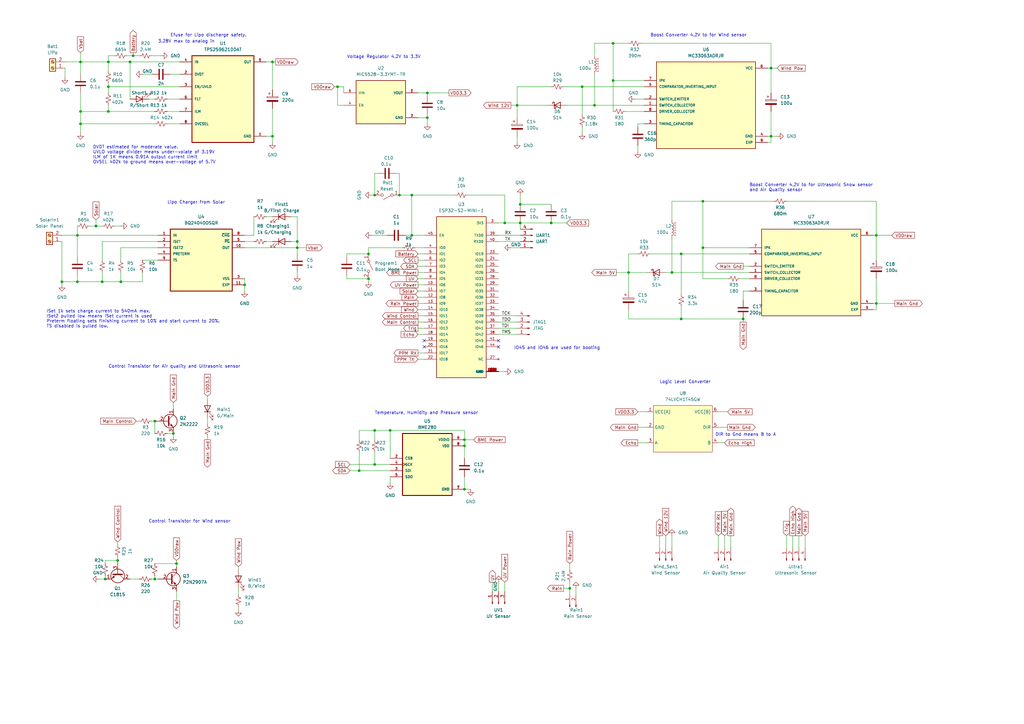
<source format=kicad_sch>
(kicad_sch (version 20211123) (generator eeschema)
  (paper "A3")
  (junction (at 359.41 96.52))
  (junction (at 33.02 25.4))
  (junction (at 111.76 25.4))
  (junction (at 168.91 96.52))
  (junction (at 190.5 182.88))
  (junction (at 121.92 101.6))
  (junction (at 213.36 91.44))
  (junction (at 147.32 193.04))
  (junction (at 33.02 50.8))
  (junction (at 71.12 177.8))
  (junction (at 190.5 180.34))
  (junction (at 168.91 80.01))
  (junction (at 212.09 43.18))
  (junction (at 49.53 115.57))
  (junction (at 160.02 176.53))
  (junction (at 251.46 17.78))
  (junction (at 53.34 25.4))
  (junction (at 279.4 130.81))
  (junction (at 213.36 83.82))
  (junction (at 238.76 35.56))
  (junction (at 275.59 111.76))
  (junction (at 33.02 45.72))
  (junction (at 251.46 33.02))
  (junction (at 63.5 172.72))
  (junction (at 151.13 114.3))
  (junction (at 175.26 48.26))
  (junction (at 100.33 116.84))
  (junction (at 175.26 38.1))
  (junction (at 226.06 91.44))
  (junction (at 54.61 22.86))
  (junction (at 121.92 99.06))
  (junction (at 43.18 237.49))
  (junction (at 288.29 101.6))
  (junction (at 153.67 190.5))
  (junction (at 39.37 92.71))
  (junction (at 151.13 104.14))
  (junction (at 257.81 111.76))
  (junction (at 316.23 55.88))
  (junction (at 48.26 229.87))
  (junction (at 304.8 130.81))
  (junction (at 72.39 231.14))
  (junction (at 163.83 80.01))
  (junction (at 31.75 115.57))
  (junction (at 153.67 80.01))
  (junction (at 207.01 91.44))
  (junction (at 25.4 115.57))
  (junction (at 111.76 55.88))
  (junction (at 44.45 25.4))
  (junction (at 153.67 176.53))
  (junction (at 359.41 124.46))
  (junction (at 279.4 104.14))
  (junction (at 288.29 82.55))
  (junction (at 44.45 45.72))
  (junction (at 63.5 237.49))
  (junction (at 233.68 241.3))
  (junction (at 44.45 35.56))
  (junction (at 138.43 35.56))
  (junction (at 190.5 200.66))
  (junction (at 316.23 27.94))
  (junction (at 31.75 96.52))
  (junction (at 243.84 43.18))
  (junction (at 41.91 115.57))
  (no_connect (at 173.99 139.7))
  (no_connect (at 173.99 142.24))
  (no_connect (at 204.47 139.7))
  (no_connect (at 204.47 142.24))
  (wire (pts (xy 160.02 176.53) (xy 190.5 176.53)))
  (wire (pts (xy 138.43 43.18) (xy 140.97 43.18)))
  (wire (pts (xy 54.61 22.86) (xy 57.15 22.86)))
  (wire (pts (xy 160.02 195.58) (xy 160.02 198.12)))
  (wire (pts (xy 72.39 229.87) (xy 72.39 231.14)))
  (wire (pts (xy 359.41 124.46) (xy 367.03 124.46)))
  (wire (pts (xy 104.14 96.52) (xy 100.33 96.52)))
  (wire (pts (xy 153.67 176.53) (xy 147.32 176.53)))
  (wire (pts (xy 171.45 121.92) (xy 173.99 121.92)))
  (wire (pts (xy 275.59 111.76) (xy 307.34 111.76)))
  (wire (pts (xy 294.64 219.71) (xy 294.64 224.79)))
  (wire (pts (xy 143.51 190.5) (xy 153.67 190.5)))
  (wire (pts (xy 316.23 55.88) (xy 318.77 55.88)))
  (wire (pts (xy 175.26 38.1) (xy 184.15 38.1)))
  (wire (pts (xy 251.46 17.78) (xy 251.46 33.02)))
  (wire (pts (xy 153.67 190.5) (xy 160.02 190.5)))
  (wire (pts (xy 201.93 238.76) (xy 201.93 242.57)))
  (wire (pts (xy 171.45 109.22) (xy 173.99 109.22)))
  (wire (pts (xy 49.53 111.76) (xy 49.53 115.57)))
  (wire (pts (xy 121.92 101.6) (xy 121.92 104.14)))
  (wire (pts (xy 207.01 91.44) (xy 213.36 91.44)))
  (wire (pts (xy 233.68 238.76) (xy 233.68 241.3)))
  (wire (pts (xy 168.91 96.52) (xy 173.99 96.52)))
  (wire (pts (xy 166.37 96.52) (xy 168.91 96.52)))
  (wire (pts (xy 121.92 88.9) (xy 121.92 99.06)))
  (wire (pts (xy 238.76 35.56) (xy 238.76 46.99)))
  (wire (pts (xy 299.72 219.71) (xy 299.72 224.79)))
  (wire (pts (xy 264.16 43.18) (xy 243.84 43.18)))
  (wire (pts (xy 226.06 35.56) (xy 212.09 35.56)))
  (wire (pts (xy 33.02 25.4) (xy 44.45 25.4)))
  (wire (pts (xy 304.8 123.19) (xy 304.8 119.38)))
  (wire (pts (xy 151.13 114.3) (xy 151.13 115.57)))
  (wire (pts (xy 171.45 144.78) (xy 173.99 144.78)))
  (wire (pts (xy 175.26 39.37) (xy 175.26 38.1)))
  (wire (pts (xy 325.12 219.71) (xy 325.12 224.79)))
  (wire (pts (xy 140.97 35.56) (xy 138.43 35.56)))
  (wire (pts (xy 303.53 114.3) (xy 307.34 114.3)))
  (wire (pts (xy 190.5 180.34) (xy 190.5 182.88)))
  (wire (pts (xy 243.84 17.78) (xy 251.46 17.78)))
  (wire (pts (xy 33.02 21.59) (xy 33.02 25.4)))
  (wire (pts (xy 171.45 106.68) (xy 173.99 106.68)))
  (wire (pts (xy 273.05 111.76) (xy 275.59 111.76)))
  (wire (pts (xy 71.12 165.1) (xy 71.12 167.64)))
  (wire (pts (xy 204.47 129.54) (xy 212.09 129.54)))
  (wire (pts (xy 236.22 241.3) (xy 236.22 243.84)))
  (wire (pts (xy 100.33 114.3) (xy 100.33 116.84)))
  (wire (pts (xy 170.18 101.6) (xy 173.99 101.6)))
  (wire (pts (xy 46.99 92.71) (xy 49.53 92.71)))
  (wire (pts (xy 41.91 115.57) (xy 31.75 115.57)))
  (wire (pts (xy 359.41 96.52) (xy 359.41 106.68)))
  (wire (pts (xy 85.09 162.56) (xy 85.09 163.83)))
  (wire (pts (xy 143.51 193.04) (xy 147.32 193.04)))
  (wire (pts (xy 44.45 34.29) (xy 44.45 35.56)))
  (wire (pts (xy 316.23 45.72) (xy 316.23 55.88)))
  (wire (pts (xy 273.05 219.71) (xy 273.05 224.79)))
  (wire (pts (xy 316.23 27.94) (xy 314.96 27.94)))
  (wire (pts (xy 25.4 96.52) (xy 31.75 96.52)))
  (wire (pts (xy 147.32 185.42) (xy 147.32 193.04)))
  (wire (pts (xy 62.23 237.49) (xy 63.5 237.49)))
  (wire (pts (xy 212.09 55.88) (xy 212.09 58.42)))
  (wire (pts (xy 257.81 17.78) (xy 251.46 17.78)))
  (wire (pts (xy 256.54 45.72) (xy 264.16 45.72)))
  (wire (pts (xy 73.66 35.56) (xy 44.45 35.56)))
  (wire (pts (xy 52.07 22.86) (xy 54.61 22.86)))
  (wire (pts (xy 294.64 175.26) (xy 298.45 175.26)))
  (wire (pts (xy 163.83 71.12) (xy 162.56 71.12)))
  (wire (pts (xy 68.58 50.8) (xy 73.66 50.8)))
  (wire (pts (xy 41.91 111.76) (xy 41.91 115.57)))
  (wire (pts (xy 69.85 30.48) (xy 73.66 30.48)))
  (wire (pts (xy 97.79 248.92) (xy 97.79 250.19)))
  (wire (pts (xy 153.67 71.12) (xy 153.67 80.01)))
  (wire (pts (xy 33.02 50.8) (xy 63.5 50.8)))
  (wire (pts (xy 43.18 236.22) (xy 43.18 237.49)))
  (wire (pts (xy 33.02 45.72) (xy 33.02 50.8)))
  (wire (pts (xy 212.09 35.56) (xy 212.09 43.18)))
  (wire (pts (xy 322.58 219.71) (xy 322.58 224.79)))
  (wire (pts (xy 175.26 46.99) (xy 175.26 48.26)))
  (wire (pts (xy 153.67 80.01) (xy 152.4 80.01)))
  (wire (pts (xy 121.92 111.76) (xy 121.92 113.03)))
  (wire (pts (xy 64.77 99.06) (xy 41.91 99.06)))
  (wire (pts (xy 49.53 101.6) (xy 49.53 106.68)))
  (wire (pts (xy 190.5 200.66) (xy 193.04 200.66)))
  (wire (pts (xy 304.8 130.81) (xy 304.8 132.08)))
  (wire (pts (xy 64.77 101.6) (xy 49.53 101.6)))
  (wire (pts (xy 261.62 175.26) (xy 265.43 175.26)))
  (wire (pts (xy 152.4 96.52) (xy 158.75 96.52)))
  (wire (pts (xy 111.76 44.45) (xy 111.76 55.88)))
  (wire (pts (xy 251.46 45.72) (xy 251.46 33.02)))
  (wire (pts (xy 171.45 104.14) (xy 173.99 104.14)))
  (wire (pts (xy 31.75 113.03) (xy 31.75 115.57)))
  (wire (pts (xy 147.32 193.04) (xy 160.02 193.04)))
  (wire (pts (xy 109.22 25.4) (xy 111.76 25.4)))
  (wire (pts (xy 142.24 113.03) (xy 142.24 114.3)))
  (wire (pts (xy 257.81 130.81) (xy 279.4 130.81)))
  (wire (pts (xy 72.39 242.57) (xy 72.39 246.38)))
  (wire (pts (xy 138.43 35.56) (xy 137.16 35.56)))
  (wire (pts (xy 275.59 82.55) (xy 288.29 82.55)))
  (wire (pts (xy 97.79 241.3) (xy 97.79 243.84)))
  (wire (pts (xy 44.45 35.56) (xy 44.45 38.1)))
  (wire (pts (xy 109.22 99.06) (xy 111.76 99.06)))
  (wire (pts (xy 54.61 21.59) (xy 54.61 22.86)))
  (wire (pts (xy 68.58 45.72) (xy 73.66 45.72)))
  (wire (pts (xy 213.36 91.44) (xy 226.06 91.44)))
  (wire (pts (xy 147.32 176.53) (xy 147.32 180.34)))
  (wire (pts (xy 39.37 90.17) (xy 39.37 92.71)))
  (wire (pts (xy 171.45 127) (xy 173.99 127)))
  (wire (pts (xy 322.58 82.55) (xy 359.41 82.55)))
  (wire (pts (xy 44.45 25.4) (xy 44.45 29.21)))
  (wire (pts (xy 100.33 101.6) (xy 121.92 101.6)))
  (wire (pts (xy 288.29 101.6) (xy 288.29 114.3)))
  (wire (pts (xy 275.59 219.71) (xy 275.59 224.79)))
  (wire (pts (xy 316.23 27.94) (xy 318.77 27.94)))
  (wire (pts (xy 316.23 58.42) (xy 316.23 55.88)))
  (wire (pts (xy 63.5 237.49) (xy 64.77 237.49)))
  (wire (pts (xy 257.81 111.76) (xy 257.81 119.38)))
  (wire (pts (xy 190.5 176.53) (xy 190.5 180.34)))
  (wire (pts (xy 171.45 111.76) (xy 173.99 111.76)))
  (wire (pts (xy 213.36 83.82) (xy 226.06 83.82)))
  (wire (pts (xy 261.62 52.07) (xy 261.62 50.8)))
  (wire (pts (xy 243.84 22.86) (xy 243.84 17.78)))
  (wire (pts (xy 33.02 50.8) (xy 33.02 54.61)))
  (wire (pts (xy 275.59 97.79) (xy 275.59 111.76)))
  (wire (pts (xy 26.67 25.4) (xy 33.02 25.4)))
  (wire (pts (xy 153.67 176.53) (xy 153.67 180.34)))
  (wire (pts (xy 151.13 104.14) (xy 151.13 101.6)))
  (wire (pts (xy 163.83 80.01) (xy 163.83 71.12)))
  (wire (pts (xy 111.76 55.88) (xy 111.76 58.42)))
  (wire (pts (xy 238.76 52.07) (xy 238.76 54.61)))
  (wire (pts (xy 233.68 231.14) (xy 233.68 233.68)))
  (wire (pts (xy 119.38 99.06) (xy 121.92 99.06)))
  (wire (pts (xy 62.23 172.72) (xy 63.5 172.72)))
  (wire (pts (xy 213.36 91.44) (xy 213.36 93.98)))
  (wire (pts (xy 142.24 114.3) (xy 151.13 114.3)))
  (wire (pts (xy 243.84 30.48) (xy 243.84 43.18)))
  (wire (pts (xy 226.06 91.44) (xy 232.41 91.44)))
  (wire (pts (xy 63.5 231.14) (xy 72.39 231.14)))
  (wire (pts (xy 48.26 222.25) (xy 48.26 223.52)))
  (wire (pts (xy 297.18 219.71) (xy 297.18 224.79)))
  (wire (pts (xy 119.38 88.9) (xy 121.92 88.9)))
  (wire (pts (xy 171.45 114.3) (xy 173.99 114.3)))
  (wire (pts (xy 231.14 35.56) (xy 238.76 35.56)))
  (wire (pts (xy 171.45 129.54) (xy 173.99 129.54)))
  (wire (pts (xy 25.4 99.06) (xy 25.4 115.57)))
  (wire (pts (xy 358.14 127) (xy 359.41 127)))
  (wire (pts (xy 261.62 168.91) (xy 265.43 168.91)))
  (wire (pts (xy 288.29 82.55) (xy 317.5 82.55)))
  (wire (pts (xy 31.75 96.52) (xy 64.77 96.52)))
  (wire (pts (xy 359.41 114.3) (xy 359.41 124.46)))
  (wire (pts (xy 72.39 231.14) (xy 72.39 232.41)))
  (wire (pts (xy 168.91 80.01) (xy 168.91 96.52)))
  (wire (pts (xy 251.46 33.02) (xy 264.16 33.02)))
  (wire (pts (xy 266.7 104.14) (xy 279.4 104.14)))
  (wire (pts (xy 279.4 125.73) (xy 279.4 130.81)))
  (wire (pts (xy 154.94 71.12) (xy 153.67 71.12)))
  (wire (pts (xy 204.47 152.4) (xy 207.01 152.4)))
  (wire (pts (xy 33.02 25.4) (xy 33.02 30.48)))
  (wire (pts (xy 213.36 80.01) (xy 213.36 83.82)))
  (wire (pts (xy 44.45 45.72) (xy 63.5 45.72)))
  (wire (pts (xy 111.76 25.4) (xy 111.76 36.83)))
  (wire (pts (xy 171.45 124.46) (xy 173.99 124.46)))
  (wire (pts (xy 261.62 181.61) (xy 265.43 181.61)))
  (wire (pts (xy 171.45 132.08) (xy 173.99 132.08)))
  (wire (pts (xy 140.97 38.1) (xy 140.97 35.56)))
  (wire (pts (xy 358.14 96.52) (xy 359.41 96.52)))
  (wire (pts (xy 138.43 35.56) (xy 138.43 43.18)))
  (wire (pts (xy 43.18 231.14) (xy 43.18 229.87)))
  (wire (pts (xy 238.76 35.56) (xy 264.16 35.56)))
  (wire (pts (xy 121.92 99.06) (xy 121.92 101.6)))
  (wire (pts (xy 294.64 181.61) (xy 297.18 181.61)))
  (wire (pts (xy 53.34 25.4) (xy 53.34 40.64)))
  (wire (pts (xy 62.23 22.86) (xy 66.04 22.86)))
  (wire (pts (xy 298.45 114.3) (xy 288.29 114.3)))
  (wire (pts (xy 204.47 134.62) (xy 212.09 134.62)))
  (wire (pts (xy 49.53 115.57) (xy 41.91 115.57)))
  (wire (pts (xy 260.35 40.64) (xy 264.16 40.64)))
  (wire (pts (xy 288.29 101.6) (xy 288.29 82.55)))
  (wire (pts (xy 53.34 237.49) (xy 57.15 237.49)))
  (wire (pts (xy 207.01 91.44) (xy 207.01 80.01)))
  (wire (pts (xy 85.09 179.07) (xy 85.09 180.34)))
  (wire (pts (xy 55.88 172.72) (xy 57.15 172.72)))
  (wire (pts (xy 204.47 99.06) (xy 213.36 99.06)))
  (wire (pts (xy 359.41 96.52) (xy 365.76 96.52)))
  (wire (pts (xy 58.42 30.48) (xy 62.23 30.48)))
  (wire (pts (xy 31.75 92.71) (xy 31.75 96.52)))
  (wire (pts (xy 171.45 116.84) (xy 173.99 116.84)))
  (wire (pts (xy 252.73 111.76) (xy 257.81 111.76)))
  (wire (pts (xy 151.13 104.14) (xy 142.24 104.14)))
  (wire (pts (xy 46.99 22.86) (xy 44.45 22.86)))
  (wire (pts (xy 314.96 58.42) (xy 316.23 58.42)))
  (wire (pts (xy 330.2 219.71) (xy 330.2 224.79)))
  (wire (pts (xy 33.02 38.1) (xy 33.02 45.72)))
  (wire (pts (xy 204.47 96.52) (xy 213.36 96.52)))
  (wire (pts (xy 111.76 25.4) (xy 113.03 25.4)))
  (wire (pts (xy 163.83 80.01) (xy 168.91 80.01)))
  (wire (pts (xy 33.02 45.72) (xy 44.45 45.72)))
  (wire (pts (xy 359.41 127) (xy 359.41 124.46)))
  (wire (pts (xy 257.81 127) (xy 257.81 130.81)))
  (wire (pts (xy 279.4 120.65) (xy 279.4 104.14)))
  (wire (pts (xy 36.83 92.71) (xy 39.37 92.71)))
  (wire (pts (xy 270.51 219.71) (xy 270.51 224.79)))
  (wire (pts (xy 316.23 38.1) (xy 316.23 27.94)))
  (wire (pts (xy 44.45 22.86) (xy 44.45 25.4)))
  (wire (pts (xy 261.62 104.14) (xy 257.81 104.14)))
  (wire (pts (xy 204.47 132.08) (xy 212.09 132.08)))
  (wire (pts (xy 58.42 106.68) (xy 64.77 106.68)))
  (wire (pts (xy 31.75 115.57) (xy 25.4 115.57)))
  (wire (pts (xy 48.26 228.6) (xy 48.26 229.87)))
  (wire (pts (xy 209.55 43.18) (xy 212.09 43.18)))
  (wire (pts (xy 207.01 80.01) (xy 191.77 80.01)))
  (wire (pts (xy 40.64 237.49) (xy 43.18 237.49)))
  (wire (pts (xy 212.09 43.18) (xy 212.09 48.26)))
  (wire (pts (xy 232.41 43.18) (xy 243.84 43.18)))
  (wire (pts (xy 25.4 115.57) (xy 25.4 116.84)))
  (wire (pts (xy 26.67 27.94) (xy 26.67 31.75)))
  (wire (pts (xy 160.02 176.53) (xy 160.02 187.96)))
  (wire (pts (xy 31.75 105.41) (xy 31.75 96.52)))
  (wire (pts (xy 109.22 55.88) (xy 111.76 55.88)))
  (wire (pts (xy 294.64 168.91) (xy 298.45 168.91)))
  (wire (pts (xy 41.91 99.06) (xy 41.91 106.68)))
  (wire (pts (xy 257.81 104.14) (xy 257.81 111.76)))
  (wire (pts (xy 175.26 48.26) (xy 175.26 50.8)))
  (wire (pts (xy 204.47 238.76) (xy 204.47 242.57)))
  (wire (pts (xy 58.42 111.76) (xy 58.42 115.57)))
  (wire (pts (xy 186.69 80.01) (xy 168.91 80.01)))
  (wire (pts (xy 316.23 55.88) (xy 314.96 55.88)))
  (wire (pts (xy 44.45 25.4) (xy 53.34 25.4)))
  (wire (pts (xy 63.5 172.72) (xy 63.5 177.8)))
  (wire (pts (xy 63.5 236.22) (xy 63.5 237.49)))
  (wire (pts (xy 212.09 43.18) (xy 224.79 43.18)))
  (wire (pts (xy 44.45 43.18) (xy 44.45 45.72)))
  (wire (pts (xy 279.4 104.14) (xy 307.34 104.14)))
  (wire (pts (xy 68.58 177.8) (xy 71.12 177.8)))
  (wire (pts (xy 304.8 109.22) (xy 307.34 109.22)))
  (wire (pts (xy 151.13 101.6) (xy 165.1 101.6)))
  (wire (pts (xy 233.68 241.3) (xy 233.68 243.84)))
  (wire (pts (xy 231.14 241.3) (xy 233.68 241.3)))
  (wire (pts (xy 304.8 119.38) (xy 307.34 119.38)))
  (wire (pts (xy 153.67 185.42) (xy 153.67 190.5)))
  (wire (pts (xy 160.02 176.53) (xy 153.67 176.53)))
  (wire (pts (xy 359.41 82.55) (xy 359.41 96.52)))
  (wire (pts (xy 171.45 137.16) (xy 173.99 137.16)))
  (wire (pts (xy 327.66 219.71) (xy 327.66 224.79)))
  (wire (pts (xy 316.23 17.78) (xy 262.89 17.78)))
  (wire (pts (xy 190.5 180.34) (xy 194.31 180.34)))
  (wire (pts (xy 279.4 130.81) (xy 304.8 130.81)))
  (wire (pts (xy 53.34 25.4) (xy 73.66 25.4)))
  (wire (pts (xy 204.47 137.16) (xy 212.09 137.16)))
  (wire (pts (xy 49.53 115.57) (xy 58.42 115.57)))
  (wire (pts (xy 97.79 232.41) (xy 97.79 233.68)))
  (wire (pts (xy 257.81 111.76) (xy 265.43 111.76)))
  (wire (pts (xy 261.62 59.69) (xy 261.62 62.23)))
  (wire (pts (xy 261.62 50.8) (xy 264.16 50.8)))
  (wire (pts (xy 142.24 104.14) (xy 142.24 105.41)))
  (wire (pts (xy 316.23 27.94) (xy 316.23 17.78)))
  (wire (pts (xy 358.14 124.46) (xy 359.41 124.46)))
  (wire (pts (xy 43.18 229.87) (xy 48.26 229.87)))
  (wire (pts (xy 175.26 38.1) (xy 171.45 38.1)))
  (wire (pts (xy 207.01 238.76) (xy 207.01 242.57)))
  (wire (pts (xy 100.33 99.06) (xy 104.14 99.06)))
  (wire (pts (xy 121.92 101.6) (xy 125.73 101.6)))
  (wire (pts (xy 39.37 92.71) (xy 41.91 92.71)))
  (wire (pts (xy 60.96 40.64) (xy 63.5 40.64)))
  (wire (pts (xy 68.58 40.64) (xy 73.66 40.64)))
  (wire (pts (xy 104.14 88.9) (xy 104.14 96.52)))
  (wire (pts (xy 275.59 90.17) (xy 275.59 82.55)))
  (wire (pts (xy 109.22 88.9) (xy 111.76 88.9)))
  (wire (pts (xy 71.12 177.8) (xy 71.12 179.07)))
  (wire (pts (xy 85.09 171.45) (xy 85.09 173.99)))
  (wire (pts (xy 209.55 101.6) (xy 213.36 101.6)))
  (wire (pts (xy 175.26 48.26) (xy 171.45 48.26)))
  (wire (pts (xy 190.5 195.58) (xy 190.5 200.66)))
  (wire (pts (xy 171.45 147.32) (xy 173.99 147.32)))
  (wire (pts (xy 171.45 134.62) (xy 173.99 134.62)))
  (wire (pts (xy 288.29 101.6) (xy 307.34 101.6)))
  (wire (pts (xy 204.47 91.44) (xy 207.01 91.44)))
  (wire (pts (xy 190.5 182.88) (xy 190.5 187.96)))
  (wire (pts (xy 171.45 119.38) (xy 173.99 119.38)))
  (wire (pts (xy 100.33 116.84) (xy 100.33 119.38)))
  (text "Temperature, Humidity and Pressure sensor" (at 153.67 170.18 0) (effects (font (size 1.27 1.27)) (justify left bottom)))
  (text "3.28V max to analog in" (at 64.77 17.78 0) (effects (font (size 1.27 1.27)) (justify left bottom)))
  (text "DVDT estimated for moderate value.\nUVLO voltage divider means under-volate of 3.19V\nILM of 1K means 0.91A output current limit\nOVSEL 402k to ground means over-voltage of 5.7V\n" (at 38.1 67.31 0) (effects (font (size 1.27 1.27)) (justify left bottom)))
  (text "IO45 and IO46 are used for booting" (at 210.82 143.51 0) (effects (font (size 1.27 1.27)) (justify left bottom)))
  (text "Logic Level Converter" (at 270.51 157.48 0) (effects (font (size 1.27 1.27)) (justify left bottom)))
  (text "DIR to Gnd means B to A\n" (at 293.37 179.07 0) (effects (font (size 1.27 1.27)) (justify left bottom)))
  (text "Lipo Charger from Solar\n" (at 68.58 83.82 0) (effects (font (size 1.27 1.27)) (justify left bottom)))
  (text "Boost Converter 4.2V to for Wind sensor\n" (at 266.7 15.24 0) (effects (font (size 1.27 1.27)) (justify left bottom)))
  (text "ISet 1k sets charge current to 540mA max.\nISet2 pulled low means ISet current is used\nPreterm floating sets finishing current to 10% and start current to 20%.\nTS disabled is pulled low." (at 19.05 134.62 0) (effects (font (size 1.27 1.27)) (justify left bottom)))
  (text "Control Transistor for Air quality and Ultrasonic sensor" (at 44.45 151.13 0) (effects (font (size 1.27 1.27)) (justify left bottom)))
  (text "Voltage Regulator 4.2V to 3.3V\n" (at 142.24 24.13 0) (effects (font (size 1.27 1.27)) (justify left bottom)))
  (text "Efuse for Lipo discharge safety." (at 69.85 15.24 0) (effects (font (size 1.27 1.27)) (justify left bottom)))
  (text "Control Transistor for Wind sensor" (at 60.96 214.63 0) (effects (font (size 1.27 1.27)) (justify left bottom)))
  (text "Boost Converter 4.2V to for Ultrasonic Snow sensor\nand Air Quality sensor\n" (at 307.34 78.74 0) (effects (font (size 1.27 1.27)) (justify left bottom)))
  (label "TDO" (at 205.74 132.08 0))
  (label "TX" (at 207.01 99.06 0))
  (label "RX" (at 207.01 96.52 0))
  (label "TDI" (at 205.74 134.62 0))
  (label "TMS" (at 205.74 137.16 0))
  (label "TCK" (at 205.74 129.54 0))
  (global_label "Echo High" (shape output) (at 325.12 219.71 90) (property "Intersheet References" "${INTERSHEET_REFS}" (effects hide)))
  (global_label "Wind Pow" (shape input) (at 97.79 232.41 90) (property "Intersheet References" "${INTERSHEET_REFS}" (effects hide)))
  (global_label "Main Control" (shape output) (at 171.45 132.08 180) (property "Intersheet References" "${INTERSHEET_REFS}" (effects hide)))
  (global_label "Main Gnd" (shape output) (at 85.09 180.34 270) (property "Intersheet References" "${INTERSHEET_REFS}" (effects hide)))
  (global_label "Rain" (shape input) (at 171.45 121.92 180) (property "Intersheet References" "${INTERSHEET_REFS}" (effects hide)))
  (global_label "Wind Control" (shape input) (at 48.26 222.25 90) (property "Intersheet References" "${INTERSHEET_REFS}" (effects hide)))
  (global_label "UV" (shape output) (at 201.93 238.76 90) (property "Intersheet References" "${INTERSHEET_REFS}" (effects hide)))
  (global_label "Trig" (shape input) (at 322.58 219.71 90) (property "Intersheet References" "${INTERSHEET_REFS}" (effects hide)))
  (global_label "BME Power" (shape input) (at 194.31 180.34 0) (property "Intersheet References" "${INTERSHEET_REFS}" (effects hide)))
  (global_label "Wind Pow" (shape input) (at 318.77 27.94 0) (property "Intersheet References" "${INTERSHEET_REFS}" (effects hide)))
  (global_label "Trig" (shape output) (at 171.45 134.62 180) (property "Intersheet References" "${INTERSHEET_REFS}" (effects hide)))
  (global_label "Main Gnd" (shape output) (at 298.45 175.26 0) (property "Intersheet References" "${INTERSHEET_REFS}" (effects hide)))
  (global_label "VDD3.3" (shape input) (at 261.62 168.91 180) (property "Intersheet References" "${INTERSHEET_REFS}" (effects hide)))
  (global_label "PPM TX" (shape input) (at 171.45 147.32 180) (property "Intersheet References" "${INTERSHEET_REFS}" (effects hide)))
  (global_label "UV" (shape input) (at 171.45 114.3 180) (property "Intersheet References" "${INTERSHEET_REFS}" (effects hide)))
  (global_label "Wind Pow" (shape output) (at 72.39 246.38 270) (property "Intersheet References" "${INTERSHEET_REFS}" (effects hide)))
  (global_label "Main Gnd" (shape output) (at 304.8 132.08 270) (property "Intersheet References" "${INTERSHEET_REFS}" (effects hide)))
  (global_label "Main Gnd" (shape output) (at 299.72 219.71 90) (property "Intersheet References" "${INTERSHEET_REFS}" (effects hide)))
  (global_label "Main 5V" (shape input) (at 330.2 219.71 90) (property "Intersheet References" "${INTERSHEET_REFS}" (effects hide)))
  (global_label "Main 5V" (shape input) (at 297.18 219.71 90) (property "Intersheet References" "${INTERSHEET_REFS}" (effects hide)))
  (global_label "Rain Power" (shape output) (at 171.45 124.46 180) (property "Intersheet References" "${INTERSHEET_REFS}" (effects hide)))
  (global_label "Main 5V" (shape input) (at 298.45 168.91 0) (property "Intersheet References" "${INTERSHEET_REFS}" (effects hide)))
  (global_label "VDD3.3" (shape output) (at 184.15 38.1 0) (property "Intersheet References" "${INTERSHEET_REFS}" (effects hide)))
  (global_label "Wind" (shape input) (at 171.45 127 180) (property "Intersheet References" "${INTERSHEET_REFS}" (effects hide)))
  (global_label "VDDraw" (shape output) (at 113.03 25.4 0) (property "Intersheet References" "${INTERSHEET_REFS}" (effects hide)))
  (global_label "Main Control" (shape input) (at 55.88 172.72 180) (property "Intersheet References" "${INTERSHEET_REFS}" (effects hide)))
  (global_label "Battery" (shape input) (at 171.45 104.14 180) (property "Intersheet References" "${INTERSHEET_REFS}" (effects hide)))
  (global_label "Echo High" (shape input) (at 297.18 181.61 0) (property "Intersheet References" "${INTERSHEET_REFS}" (effects hide)))
  (global_label "Main Gnd" (shape output) (at 304.8 109.22 180) (property "Intersheet References" "${INTERSHEET_REFS}" (effects hide)))
  (global_label "Solar" (shape input) (at 171.45 119.38 180) (property "Intersheet References" "${INTERSHEET_REFS}" (effects hide)))
  (global_label "SCL" (shape output) (at 171.45 106.68 180) (property "Intersheet References" "${INTERSHEET_REFS}" (effects hide)))
  (global_label "Wind 12V" (shape input) (at 273.05 219.71 90) (property "Intersheet References" "${INTERSHEET_REFS}" (effects hide)))
  (global_label "Echo" (shape input) (at 171.45 137.16 180) (property "Intersheet References" "${INTERSHEET_REFS}" (effects hide)))
  (global_label "SDA" (shape bidirectional) (at 171.45 109.22 180) (property "Intersheet References" "${INTERSHEET_REFS}" (effects hide)))
  (global_label "Rain Power" (shape input) (at 233.68 231.14 90) (property "Intersheet References" "${INTERSHEET_REFS}" (effects hide)))
  (global_label "SCL" (shape input) (at 143.51 190.5 180) (property "Intersheet References" "${INTERSHEET_REFS}" (effects hide)))
  (global_label "Main Gnd" (shape output) (at 327.66 219.71 90) (property "Intersheet References" "${INTERSHEET_REFS}" (effects hide)))
  (global_label "Solar" (shape input) (at 39.37 90.17 90) (property "Intersheet References" "${INTERSHEET_REFS}" (effects hide)))
  (global_label "UV Power" (shape output) (at 171.45 116.84 180) (property "Intersheet References" "${INTERSHEET_REFS}" (effects hide)))
  (global_label "Main 5V" (shape output) (at 252.73 111.76 180) (property "Intersheet References" "${INTERSHEET_REFS}" (effects hide)))
  (global_label "VDDraw" (shape input) (at 365.76 96.52 0) (property "Intersheet References" "${INTERSHEET_REFS}" (effects hide)))
  (global_label "Wind" (shape output) (at 270.51 219.71 90) (property "Intersheet References" "${INTERSHEET_REFS}" (effects hide)))
  (global_label "SDA" (shape bidirectional) (at 143.51 193.04 180) (property "Intersheet References" "${INTERSHEET_REFS}" (effects hide)))
  (global_label "PPM RX" (shape input) (at 294.64 219.71 90) (property "Intersheet References" "${INTERSHEET_REFS}" (effects hide)))
  (global_label "Main Gnd" (shape input) (at 71.12 165.1 90) (property "Intersheet References" "${INTERSHEET_REFS}" (effects hide)))
  (global_label "VDDraw" (shape input) (at 72.39 229.87 90) (property "Intersheet References" "${INTERSHEET_REFS}" (effects hide)))
  (global_label "VDD3.3" (shape input) (at 232.41 91.44 0) (property "Intersheet References" "${INTERSHEET_REFS}" (effects hide)))
  (global_label "PPM RX" (shape output) (at 171.45 144.78 180) (property "Intersheet References" "${INTERSHEET_REFS}" (effects hide)))
  (global_label "Vbat" (shape input) (at 33.02 21.59 90) (property "Intersheet References" "${INTERSHEET_REFS}" (effects hide)))
  (global_label "Battery" (shape output) (at 54.61 21.59 90) (property "Intersheet References" "${INTERSHEET_REFS}" (effects hide)))
  (global_label "Rain" (shape output) (at 231.14 241.3 180) (property "Intersheet References" "${INTERSHEET_REFS}" (effects hide)))
  (global_label "Wind 12V" (shape output) (at 209.55 43.18 180) (property "Intersheet References" "${INTERSHEET_REFS}" (effects hide)))
  (global_label "BME Power" (shape output) (at 171.45 111.76 180) (property "Intersheet References" "${INTERSHEET_REFS}" (effects hide)))
  (global_label "Main Gnd" (shape output) (at 367.03 124.46 0) (property "Intersheet References" "${INTERSHEET_REFS}" (effects hide)))
  (global_label "VDDraw" (shape input) (at 137.16 35.56 180) (property "Intersheet References" "${INTERSHEET_REFS}" (effects hide)))
  (global_label "Main Gnd" (shape output) (at 261.62 175.26 180) (property "Intersheet References" "${INTERSHEET_REFS}" (effects hide)))
  (global_label "UV Power" (shape input) (at 207.01 238.76 90) (property "Intersheet References" "${INTERSHEET_REFS}" (effects hide)))
  (global_label "Echo" (shape output) (at 261.62 181.61 180) (property "Intersheet References" "${INTERSHEET_REFS}" (effects hide)))
  (global_label "Vbat" (shape output) (at 125.73 101.6 0) (property "Intersheet References" "${INTERSHEET_REFS}" (effects hide)))
  (global_label "VDD3.3" (shape input) (at 85.09 162.56 90) (property "Intersheet References" "${INTERSHEET_REFS}" (effects hide)))
  (global_label "Wind Control" (shape output) (at 171.45 129.54 180) (property "Intersheet References" "${INTERSHEET_REFS}" (effects hide)))
  (symbol (lib_id "Device:R_Small_US") (at 153.67 182.88 0) (unit 1)
    (property "Reference" "R23" (at 156.21 181.61 0))
    (property "Value" "10k" (at 156.21 184.15 0))
    (property "Footprint" "Resistor_SMD:R_0603_1608Metric_Pad0.98x0.95mm_HandSolder" (effects hide))
  )
  (symbol (lib_id "Connector:Conn_01x02_Male") (at 233.68 248.92 90) (unit 1)
    (property "Reference" "Rain1" (at 233.68 250.19 90) (effects (justify right)))
    (property "Value" "Rain Sensor" (at 231.14 252.73 90) (effects (justify right)))
    (property "Footprint" "Connector_PinHeader_2.54mm:PinHeader_1x02_P2.54mm_Vertical" (effects hide))
  )
  (symbol (lib_id "power:GND") (at 66.04 22.86 90) (unit 1)
    (property "Reference" "#PWR0115" (effects hide))
    (property "Value" "GND" (at 69.85 22.8599 90) (effects (justify right)))
  )
  (symbol (lib_id "Device:R_Small_US") (at 233.68 236.22 180) (unit 1)
    (property "Reference" "R21" (at 228.6 236.22 90))
    (property "Value" "2.4M" (at 231.14 236.22 90))
    (property "Footprint" "Resistor_SMD:R_0603_1608Metric_Pad0.98x0.95mm_HandSolder" (effects hide))
  )
  (symbol (lib_id "Device:L_Ferrite") (at 275.59 93.98 0) (unit 1)
    (property "Reference" "L2" (at 273.05 92.71 0) (effects (justify left)))
    (property "Value" "100u" (at 269.24 95.25 0) (effects (justify left)))
    (property "Footprint" "Inductor_THT:L_Toroid_Vertical_L10.2mm_W3.8mm_P3.8mm" (effects hide))
  )
  (symbol (lib_id "power:GND") (at 49.53 92.71 90) (unit 1)
    (property "Reference" "#PWR0116" (effects hide))
    (property "Value" "GND" (at 53.34 92.7099 90) (effects (justify right)))
  )
  (symbol (lib_id "Device:R_Small_US") (at 59.69 237.49 90) (unit 1)
    (property "Reference" "R26" (at 59.69 240.03 90))
    (property "Value" "220" (at 59.69 242.57 90))
    (property "Footprint" "Resistor_SMD:R_0603_1608Metric_Pad0.98x0.95mm_HandSolder" (effects hide))
  )
  (symbol (lib_id "BME280:BME280") (at 175.26 190.5 0) (unit 1)
    (property "Reference" "U5" (at 175.26 172.72 0))
    (property "Value" "BME280" (at 175.26 175.26 0))
    (property "Footprint" "Imported:PSON65P250X250X100-8N" (effects hide))
    (property "PRICE" "4.94 USD" (effects hide))
    (property "AVAILABILITY" "Good" (effects hide))
    (property "MF" "Bosch" (effects hide))
    (property "MP" "BME280" (effects hide))
    (property "PACKAGE" "LGA-8 Bosch" (effects hide))
    (property "DESCRIPTION" "Integrated pressure, humidity and temperature sensor; 8-pin 2.5x2.5x0.93mm LGA" (effects hide))
    (property "STANDARD" "IPC-7351B" (effects hide))
  )
  (symbol (lib_id "Device:R_Small_US") (at 320.04 82.55 90) (unit 1)
    (property "Reference" "R36" (at 320.04 85.09 90))
    (property "Value" "680m" (at 320.04 87.63 90))
    (property "Footprint" "Resistor_SMD:R_0603_1608Metric_Pad0.98x0.95mm_HandSolder" (effects hide))
  )
  (symbol (lib_id "Switch:SW_SPST") (at 158.75 80.01 180) (unit 1)
    (property "Reference" "Rst1" (at 161.29 74.93 0) (effects (justify left)))
    (property "Value" "Reset" (at 161.29 77.47 0) (effects (justify left)))
    (property "Footprint" "Button_Switch_THT:SW_PUSH_6mm_H5mm" (effects hide))
  )
  (symbol (lib_id "Device:R_Small_US") (at 44.45 92.71 90) (unit 1)
    (property "Reference" "R17" (at 44.45 87.63 90))
    (property "Value" "402k" (at 44.45 90.17 90))
    (property "Footprint" "Resistor_SMD:R_0603_1608Metric_Pad0.98x0.95mm_HandSolder" (effects hide))
  )
  (symbol (lib_id "Connector:Conn_01x03_Male") (at 273.05 229.87 90) (unit 1)
    (property "Reference" "Wind_Sen1" (at 273.05 232.41 90))
    (property "Value" "Wind Sensor" (at 273.05 234.95 90))
    (property "Footprint" "Connector_PinHeader_2.54mm:PinHeader_1x03_P2.54mm_Vertical" (effects hide))
  )
  (symbol (lib_id "Device:R_Small_US") (at 66.04 45.72 270) (unit 1)
    (property "Reference" "R13" (at 63.5 43.18 90))
    (property "Value" "1k" (at 67.31 43.18 90))
    (property "Footprint" "Resistor_SMD:R_0603_1608Metric_Pad0.98x0.95mm_HandSolder" (effects hide))
  )
  (symbol (lib_id "power:GND") (at 175.26 50.8 0) (unit 1)
    (property "Reference" "#PWR0110" (effects hide))
    (property "Value" "GND" (at 175.26 55.88 0))
  )
  (symbol (lib_id "Device:R_Small_US") (at 279.4 123.19 0) (unit 1)
    (property "Reference" "R34" (at 281.94 121.9199 0) (effects (justify left)))
    (property "Value" "3.3k" (at 281.94 124.4599 0) (effects (justify left)))
    (property "Footprint" "Resistor_SMD:R_0603_1608Metric_Pad0.98x0.95mm_HandSolder" (effects hide))
  )
  (symbol (lib_id "Device:L_Ferrite") (at 243.84 26.67 0) (unit 1)
    (property "Reference" "L1" (at 241.3 25.4 0) (effects (justify left)))
    (property "Value" "100u" (at 237.49 27.94 0) (effects (justify left)))
    (property "Footprint" "Inductor_THT:L_Toroid_Vertical_L10.2mm_W3.8mm_P3.8mm" (effects hide))
  )
  (symbol (lib_id "Device:R_Small_US") (at 106.68 99.06 270) (unit 1)
    (property "Reference" "R8" (at 106.68 92.71 90))
    (property "Value" "1k" (at 106.68 95.25 90))
    (property "Footprint" "Resistor_SMD:R_0603_1608Metric_Pad0.98x0.95mm_HandSolder" (effects hide))
  )
  (symbol (lib_id "Connector:Conn_01x04_Male") (at 218.44 99.06 180) (unit 1)
    (property "Reference" "UART1" (at 219.71 96.5199 0) (effects (justify right)))
    (property "Value" "UART" (at 219.71 99.0599 0) (effects (justify right)))
    (property "Footprint" "Connector_PinHeader_2.54mm:PinHeader_1x04_P2.54mm_Vertical" (effects hide))
  )
  (symbol (lib_id "Device:C") (at 66.04 30.48 90) (unit 1)
    (property "Reference" "C7" (at 66.04 26.67 90))
    (property "Value" "2n" (at 66.04 34.29 90))
    (property "Footprint" "Capacitor_SMD:C_0603_1608Metric_Pad1.08x0.95mm_HandSolder" (effects hide))
  )
  (symbol (lib_id "Device:C") (at 261.62 55.88 0) (unit 1)
    (property "Reference" "C16" (at 265.43 54.6099 0) (effects (justify left)))
    (property "Value" "360p" (at 264.16 57.15 0) (effects (justify left)))
    (property "Footprint" "Capacitor_SMD:C_0402_1005Metric_Pad0.74x0.62mm_HandSolder" (effects hide))
  )
  (symbol (lib_id "power:GND") (at 71.12 179.07 0) (unit 1)
    (property "Reference" "#PWR0117" (effects hide))
    (property "Value" "GND" (at 71.12 184.15 0))
  )
  (symbol (lib_id "Device:R_Small_US") (at 66.04 40.64 270) (unit 1)
    (property "Reference" "R12" (at 63.5 38.1 90))
    (property "Value" "1k" (at 67.31 38.1 90))
    (property "Footprint" "Resistor_SMD:R_0603_1608Metric_Pad0.98x0.95mm_HandSolder" (effects hide))
  )
  (symbol (lib_id "MC33063ADRJR:MC33063ADRJR") (at 332.74 111.76 0) (unit 1)
    (property "Reference" "U7" (at 332.74 88.9 0))
    (property "Value" "MC33063ADRJR" (at 332.74 91.44 0))
    (property "Footprint" "Imported:SON80P400X400X80-9N" (effects hide))
    (property "PARTREV" "N" (effects hide))
    (property "MF" "Texas Instruments" (effects hide))
    (property "STANDARD" "IPC-7351B" (effects hide))
  )
  (symbol (lib_id "MIC5528-3.3YMT-TR:MIC5528-3.3YMT-TR") (at 156.21 40.64 0) (unit 1)
    (property "Reference" "U2" (at 156.21 27.94 0))
    (property "Value" "MIC5528-3.3YMT-TR" (at 156.21 30.48 0))
    (property "Footprint" "Imported:SON40P120X120X60-7N" (effects hide))
    (property "MANUFACTURER" "MICROCHIP" (effects hide))
    (property "E2_NOM" "0.3" (effects hide))
    (property "ENOM" "0.4" (effects hide))
    (property "E_MAX" "1.25" (effects hide))
    (property "L_MAX" "0.295" (effects hide))
    (property "A_MAX" "0.6" (effects hide))
    (property "STANDARD" "IPC 7351B" (effects hide))
    (property "B_MAX" "0.23" (effects hide))
    (property "D2_NOM" "0.94" (effects hide))
    (property "L_MIN" "0.195" (effects hide))
    (property "L_NOM" "0.25" (effects hide))
    (property "E_MIN" "1.15" (effects hide))
    (property "B_MIN" "0.13" (effects hide))
    (property "B_NOM" "0.18" (effects hide))
    (property "D_MIN" "1.15" (effects hide))
    (property "D_NOM" "1.2" (effects hide))
    (property "E_NOM" "1.2" (effects hide))
    (property "PIN_COUNT" "6.0" (effects hide))
    (property "D_MAX" "1.25" (effects hide))
    (property "SNAPEDA_PACKAGE_ID" "7814" (effects hide))
  )
  (symbol (lib_id "power:GND") (at 275.59 219.71 180) (unit 1)
    (property "Reference" "#PWR0123" (effects hide))
    (property "Value" "GND" (at 278.13 218.4399 0) (effects (justify right)))
  )
  (symbol (lib_id "power:GND") (at 193.04 200.66 0) (unit 1)
    (property "Reference" "#PWR0118" (effects hide))
    (property "Value" "GND" (at 193.04 205.74 0))
  )
  (symbol (lib_id "power:GND") (at 25.4 116.84 0) (unit 1)
    (property "Reference" "#PWR0104" (effects hide))
    (property "Value" "GND" (at 25.4 121.92 0))
  )
  (symbol (lib_id "power:GND") (at 213.36 80.01 180) (unit 1)
    (property "Reference" "#PWR0102" (effects hide))
    (property "Value" "GND" (at 213.36 74.93 0))
  )
  (symbol (lib_id "ESP32-S2-MINI-1:ESP32-S2-MINI-1") (at 189.23 121.92 0) (unit 1)
    (property "Reference" "U3" (at 189.23 83.82 0))
    (property "Value" "ESP32-S2-MINI-1" (at 189.23 86.36 0))
    (property "Footprint" "Imported:XCVR_ESP32-S2-MINI-1" (effects hide))
    (property "MAXIMUM_PACKAGE_HEIGHT" "2.55mm" (effects hide))
    (property "MANUFACTURER" "Espressif Systems" (effects hide))
    (property "PARTREV" "1.0" (effects hide))
    (property "STANDARD" "Manufacturer Recommendations" (effects hide))
  )
  (symbol (lib_id "Device:R_Small_US") (at 59.69 172.72 270) (unit 1)
    (property "Reference" "R3" (at 59.69 175.26 90))
    (property "Value" "220" (at 59.69 177.8 90))
    (property "Footprint" "Resistor_SMD:R_0603_1608Metric_Pad0.98x0.95mm_HandSolder" (effects hide))
  )
  (symbol (lib_id "Device:C") (at 175.26 43.18 0) (unit 1)
    (property "Reference" "C8" (at 179.07 41.9099 0) (effects (justify left)))
    (property "Value" "10u" (at 179.07 44.4499 0) (effects (justify left)))
    (property "Footprint" "Capacitor_SMD:C_0805_2012Metric_Pad1.18x1.45mm_HandSolder" (effects hide))
  )
  (symbol (lib_id "Connector:Screw_Terminal_01x02") (at 20.32 99.06 180) (unit 1)
    (property "Reference" "SolarIn1" (at 20.32 90.17 0))
    (property "Value" "Solar Panel" (at 20.32 92.71 0))
    (property "Footprint" "TerminalBlock:TerminalBlock_Altech_AK300-2_P5.00mm" (effects hide))
  )
  (symbol (lib_id "Device:R_Small_US") (at 49.53 109.22 180) (unit 1)
    (property "Reference" "R5" (at 52.07 107.9499 0) (effects (justify right)))
    (property "Value" "10k" (at 52.07 110.4899 0) (effects (justify right)))
    (property "Footprint" "Resistor_SMD:R_0603_1608Metric_Pad0.98x0.95mm_HandSolder" (effects hide))
  )
  (symbol (lib_id "Device:C_Polarized") (at 212.09 52.07 0) (unit 1)
    (property "Reference" "C14" (at 215.9 49.9109 0) (effects (justify left)))
    (property "Value" "100u" (at 215.9 52.4509 0) (effects (justify left)))
    (property "Footprint" "Capacitor_THT:C_Radial_D6.3mm_H11.0mm_P2.50mm" (effects hide))
  )
  (symbol (lib_id "Device:D_Schottky") (at 228.6 43.18 0) (unit 1)
    (property "Reference" "D6" (at 228.6 45.72 0))
    (property "Value" "S14" (at 228.6 48.26 0))
    (property "Footprint" "Diode_SMD:D_SOD-123F" (effects hide))
  )
  (symbol (lib_id "power:GND") (at 26.67 31.75 0) (unit 1)
    (property "Reference" "#PWR0101" (effects hide))
    (property "Value" "GND" (at 26.67 36.83 0))
  )
  (symbol (lib_id "power:GND") (at 209.55 101.6 270) (unit 1)
    (property "Reference" "#PWR0114" (effects hide))
    (property "Value" "GND" (at 209.55 100.33 90) (effects (justify left)))
  )
  (symbol (lib_id "Device:LED") (at 57.15 40.64 180) (unit 1)
    (property "Reference" "Short1" (at 57.15 38.1 0))
    (property "Value" "R/Short " (at 57.15 43.18 0))
    (property "Footprint" "LED_SMD:LED_0603_1608Metric_Pad1.05x0.95mm_HandSolder" (effects hide))
  )
  (symbol (lib_id "power:GND") (at 40.64 237.49 270) (unit 1)
    (property "Reference" "#PWR0121" (effects hide))
    (property "Value" "GND" (at 38.1 234.95 90) (effects (justify left)))
  )
  (symbol (lib_id "power:GND") (at 58.42 30.48 270) (unit 1)
    (property "Reference" "#PWR0108" (effects hide))
    (property "Value" "GND" (at 58.42 29.21 90) (effects (justify left)))
  )
  (symbol (lib_id "Device:C") (at 158.75 71.12 270) (unit 1)
    (property "Reference" "C10" (at 157.48 64.77 90) (effects (justify left)))
    (property "Value" "0.1u" (at 156.21 67.31 90) (effects (justify left)))
    (property "Footprint" "Capacitor_SMD:C_0603_1608Metric_Pad1.08x0.95mm_HandSolder" (effects hide))
  )
  (symbol (lib_id "Device:D_Schottky") (at 269.24 111.76 0) (unit 1)
    (property "Reference" "D7" (at 269.24 114.3 0))
    (property "Value" "S14" (at 269.24 116.84 0))
    (property "Footprint" "Diode_SMD:D_SOD-123F" (effects hide))
  )
  (symbol (lib_id "Device:R_Small_US") (at 63.5 233.68 0) (unit 1)
    (property "Reference" "R27" (at 60.96 229.87 0))
    (property "Value" "10k" (at 60.96 232.41 0))
    (property "Footprint" "Resistor_SMD:R_0603_1608Metric_Pad0.98x0.95mm_HandSolder" (effects hide))
  )
  (symbol (lib_id "Device:LED") (at 115.57 99.06 0) (unit 1)
    (property "Reference" "Charging1" (at 113.9825 92.71 0))
    (property "Value" "G/Charging" (at 113.9825 95.25 0))
    (property "Footprint" "LED_SMD:LED_0603_1608Metric_Pad1.05x0.95mm_HandSolder" (effects hide))
  )
  (symbol (lib_id "Device:C") (at 226.06 87.63 0) (unit 1)
    (property "Reference" "C3" (at 229.87 86.3599 0) (effects (justify left)))
    (property "Value" "0.1u" (at 229.87 88.8999 0) (effects (justify left)))
    (property "Footprint" "Capacitor_SMD:C_0603_1608Metric_Pad1.08x0.95mm_HandSolder" (effects hide))
  )
  (symbol (lib_id "power:GND") (at 260.35 40.64 270) (unit 1)
    (property "Reference" "#PWR0127" (effects hide))
    (property "Value" "GND" (at 257.81 38.1 90) (effects (justify left)))
  )
  (symbol (lib_id "power:GND") (at 207.01 152.4 90) (unit 1)
    (property "Reference" "#PWR0113" (effects hide))
    (property "Value" "GND" (at 210.82 152.3999 90) (effects (justify right)))
  )
  (symbol (lib_id "Device:C") (at 190.5 191.77 0) (unit 1)
    (property "Reference" "C12" (at 194.31 190.4999 0) (effects (justify left)))
    (property "Value" "0.1u" (at 194.31 193.0399 0) (effects (justify left)))
    (property "Footprint" "Capacitor_SMD:C_0603_1608Metric_Pad1.08x0.95mm_HandSolder" (effects hide))
  )
  (symbol (lib_id "Device:LED") (at 85.09 167.64 90) (unit 1)
    (property "Reference" "Main1" (at 88.9 167.9574 90) (effects (justify right)))
    (property "Value" "G/Main" (at 88.9 170.4974 90) (effects (justify right)))
    (property "Footprint" "LED_SMD:LED_0603_1608Metric_Pad1.05x0.95mm_HandSolder" (effects hide))
  )
  (symbol (lib_id "power:GND") (at 236.22 241.3 180) (unit 1)
    (property "Reference" "#PWR0120" (effects hide))
    (property "Value" "GND" (at 238.76 240.0299 0) (effects (justify right)))
  )
  (symbol (lib_id "Device:R_Small_US") (at 264.16 104.14 270) (unit 1)
    (property "Reference" "R33" (at 264.16 101.6 90))
    (property "Value" "10k" (at 264.16 99.06 90))
    (property "Footprint" "Resistor_SMD:R_0603_1608Metric_Pad0.98x0.95mm_HandSolder" (effects hide))
  )
  (symbol (lib_id "Device:C_Polarized") (at 257.81 123.19 0) (unit 1)
    (property "Reference" "C15" (at 261.62 121.0309 0) (effects (justify left)))
    (property "Value" "47u" (at 261.62 123.5709 0) (effects (justify left)))
    (property "Footprint" "Capacitor_THT:C_Radial_D4.0mm_H7.0mm_P1.50mm" (effects hide))
  )
  (symbol (lib_id "Device:R_Small_US") (at 189.23 80.01 90) (unit 1)
    (property "Reference" "R2" (at 189.23 73.66 90))
    (property "Value" "10k" (at 189.23 76.2 90))
    (property "Footprint" "Resistor_SMD:R_0603_1608Metric_Pad0.98x0.95mm_HandSolder" (effects hide))
  )
  (symbol (lib_id "Device:C_Polarized") (at 316.23 41.91 0) (unit 1)
    (property "Reference" "C13" (at 320.04 39.7509 0) (effects (justify left)))
    (property "Value" "100u" (at 320.04 42.2909 0) (effects (justify left)))
    (property "Footprint" "Capacitor_THT:C_Radial_D5.0mm_H11.0mm_P2.00mm" (effects hide))
  )
  (symbol (lib_id "Device:C") (at 121.92 107.95 180) (unit 1)
    (property "Reference" "C5" (at 125.73 106.68 0) (effects (justify right)))
    (property "Value" "1u" (at 125.73 109.22 0) (effects (justify right)))
    (property "Footprint" "Capacitor_SMD:C_0603_1608Metric_Pad1.08x0.95mm_HandSolder" (effects hide))
  )
  (symbol (lib_id "Device:Q_NPN_CBE") (at 68.58 172.72 0) (unit 1)
    (property "Reference" "Q2" (at 73.66 171.4499 0) (effects (justify left)))
    (property "Value" "2N2222" (at 73.66 173.9899 0) (effects (justify left)))
    (property "Footprint" "Package_TO_SOT_THT:TO-92" (effects hide))
  )
  (symbol (lib_id "Connector:Conn_01x03_Male") (at 204.47 247.65 90) (unit 1)
    (property "Reference" "UV1" (at 204.47 250.19 90))
    (property "Value" "UV Sensor" (at 204.47 252.73 90))
    (property "Footprint" "Connector_PinHeader_2.54mm:PinHeader_1x03_P2.54mm_Vertical" (effects hide))
  )
  (symbol (lib_id "Device:Q_PNP_CBE") (at 69.85 237.49 0) (unit 1)
    (property "Reference" "Q3" (at 74.93 236.2199 0) (effects (justify left)))
    (property "Value" "P2N2907A" (at 74.93 238.7599 0) (effects (justify left)))
    (property "Footprint" "Package_TO_SOT_THT:TO-92" (effects hide))
  )
  (symbol (lib_id "power:GND") (at 212.09 58.42 0) (unit 1)
    (property "Reference" "#PWR0129" (effects hide))
    (property "Value" "GND" (at 214.63 59.6899 0) (effects (justify left)))
  )
  (symbol (lib_id "power:GND") (at 204.47 238.76 180) (unit 1)
    (property "Reference" "#PWR0119" (effects hide))
    (property "Value" "GND" (at 203.2 242.57 90) (effects (justify right)))
  )
  (symbol (lib_id "Device:R_Small_US") (at 48.26 226.06 0) (unit 1)
    (property "Reference" "R25" (at 50.8 226.06 90))
    (property "Value" "1k" (at 53.34 226.06 90))
    (property "Footprint" "Resistor_SMD:R_0603_1608Metric_Pad0.98x0.95mm_HandSolder" (effects hide))
  )
  (symbol (lib_id "Device:R_Small_US") (at 300.99 114.3 90) (unit 1)
    (property "Reference" "R35" (at 300.99 116.84 90))
    (property "Value" "180" (at 300.99 119.38 90))
    (property "Footprint" "Resistor_SMD:R_0603_1608Metric_Pad0.98x0.95mm_HandSolder" (effects hide))
  )
  (symbol (lib_id "power:GND") (at 111.76 58.42 0) (unit 1)
    (property "Reference" "#PWR0107" (effects hide))
    (property "Value" "GND" (at 111.76 63.5 0))
  )
  (symbol (lib_id "Device:C_Polarized") (at 359.41 110.49 0) (unit 1)
    (property "Reference" "C18" (at 363.22 108.3309 0) (effects (justify left)))
    (property "Value" "100u" (at 363.22 110.8709 0) (effects (justify left)))
    (property "Footprint" "Capacitor_THT:C_Radial_D5.0mm_H11.0mm_P2.00mm" (effects hide))
  )
  (symbol (lib_id "Device:R_Small_US") (at 238.76 49.53 180) (unit 1)
    (property "Reference" "R30" (at 242.57 48.26 0))
    (property "Value" "1.18k" (at 242.57 50.8 0))
    (property "Footprint" "Resistor_SMD:R_0603_1608Metric_Pad0.98x0.95mm_HandSolder" (effects hide))
  )
  (symbol (lib_id "power:GND") (at 261.62 62.23 0) (unit 1)
    (property "Reference" "#PWR0126" (effects hide))
    (property "Value" "GND" (at 264.16 63.4999 0) (effects (justify left)))
  )
  (symbol (lib_id "Device:Q_NPN_ECB") (at 48.26 234.95 270) (unit 1)
    (property "Reference" "Q1" (at 48.26 241.3 90))
    (property "Value" "C1815" (at 48.26 243.84 90))
    (property "Footprint" "Package_TO_SOT_THT:TO-92" (effects hide))
  )
  (symbol (lib_id "Connector:Conn_01x04_Male") (at 325.12 229.87 90) (unit 1)
    (property "Reference" "Ultra1" (at 326.39 232.41 90))
    (property "Value" "Ultrasonic Sensor" (at 326.39 234.95 90))
    (property "Footprint" "Connector_PinHeader_2.54mm:PinHeader_1x04_P2.54mm_Vertical" (effects hide))
  )
  (symbol (lib_id "power:GND") (at 33.02 54.61 0) (unit 1)
    (property "Reference" "#PWR0109" (effects hide))
    (property "Value" "GND" (at 33.02 59.69 0))
  )
  (symbol (lib_id "MC33063ADRJR:MC33063ADRJR") (at 289.56 43.18 0) (unit 1)
    (property "Reference" "U6" (at 289.56 20.32 0))
    (property "Value" "MC33063ADRJR" (at 289.56 22.86 0))
    (property "Footprint" "Imported:SON80P400X400X80-9N" (effects hide))
    (property "PARTREV" "N" (effects hide))
    (property "MF" "Texas Instruments" (effects hide))
    (property "STANDARD" "IPC-7351B" (effects hide))
  )
  (symbol (lib_id "Device:R_Small_US") (at 41.91 109.22 180) (unit 1)
    (property "Reference" "R4" (at 44.45 107.9499 0) (effects (justify right)))
    (property "Value" "1k" (at 44.45 110.4899 0) (effects (justify right)))
    (property "Footprint" "Resistor_SMD:R_0603_1608Metric_Pad0.98x0.95mm_HandSolder" (effects hide))
  )
  (symbol (lib_id "Device:LED") (at 115.57 88.9 0) (unit 1)
    (property "Reference" "First1" (at 115.57 83.82 0))
    (property "Value" "B/First Charge" (at 115.57 86.36 0))
    (property "Footprint" "LED_SMD:LED_0603_1608Metric_Pad1.05x0.95mm_HandSolder" (effects hide))
  )
  (symbol (lib_id "74LVCH1T45GW:74LVCH1T45GW") (at 280.67 162.56 0) (unit 1)
    (property "Reference" "U8" (at 280.035 161.29 0))
    (property "Value" "74LVCH1T45GW" (at 280.035 163.83 0))
    (property "Footprint" "Package_TO_SOT_SMD:SOT-363_SC-70-6_Handsoldering" (effects hide))
  )
  (symbol (lib_id "Device:R_Small_US") (at 43.18 233.68 0) (unit 1)
    (property "Reference" "R24" (at 40.64 229.87 0))
    (property "Value" "10k" (at 40.64 232.41 0))
    (property "Footprint" "Resistor_SMD:R_0603_1608Metric_Pad0.98x0.95mm_HandSolder" (effects hide))
  )
  (symbol (lib_id "Connector:Conn_01x03_Male") (at 297.18 229.87 90) (unit 1)
    (property "Reference" "Air1" (at 297.18 232.41 90))
    (property "Value" "Air Quality Sensor" (at 297.18 234.95 90))
    (property "Footprint" "Connector_PinHeader_2.54mm:PinHeader_1x03_P2.54mm_Vertical" (effects hide))
  )
  (symbol (lib_id "Device:R_Small_US") (at 34.29 92.71 90) (unit 1)
    (property "Reference" "R1" (at 34.29 87.63 90))
    (property "Value" "665k" (at 34.29 90.17 90))
    (property "Footprint" "Resistor_SMD:R_0603_1608Metric_Pad0.98x0.95mm_HandSolder" (effects hide))
  )
  (symbol (lib_id "BQ24040DSQR:BQ24040DSQR") (at 82.55 106.68 0) (unit 1)
    (property "Reference" "U4" (at 82.55 88.9 0))
    (property "Value" "BQ24040DSQR" (at 82.55 91.44 0))
    (property "Footprint" "Imported:SON40P200X200X80-11N" (effects hide))
  )
  (symbol (lib_id "Device:R_Small_US") (at 49.53 22.86 90) (unit 1)
    (property "Reference" "R18" (at 49.53 17.78 90))
    (property "Value" "665k" (at 49.53 20.32 90))
    (property "Footprint" "Resistor_SMD:R_0603_1608Metric_Pad0.98x0.95mm_HandSolder" (effects hide))
  )
  (symbol (lib_id "Connector:Conn_01x04_Male") (at 217.17 134.62 180) (unit 1)
    (property "Reference" "JTAG1" (at 218.44 132.0799 0) (effects (justify right)))
    (property "Value" "JTAG" (at 218.44 134.6199 0) (effects (justify right)))
    (property "Footprint" "Connector_PinHeader_2.54mm:PinHeader_1x04_P2.54mm_Vertical" (effects hide))
  )
  (symbol (lib_id "Device:R_Small_US") (at 147.32 182.88 0) (unit 1)
    (property "Reference" "R22" (at 149.86 181.61 0))
    (property "Value" "10k" (at 149.86 184.15 0))
    (property "Footprint" "Resistor_SMD:R_0603_1608Metric_Pad0.98x0.95mm_HandSolder" (effects hide))
  )
  (symbol (lib_id "Device:R_Small_US") (at 66.04 50.8 270) (unit 1)
    (property "Reference" "R14" (at 63.5 48.26 90))
    (property "Value" "402k" (at 68.58 48.26 90))
    (property "Footprint" "Resistor_SMD:R_0603_1608Metric_Pad0.98x0.95mm_HandSolder" (effects hide))
  )
  (symbol (lib_id "TPS259621DDAT:TPS259621DDAT") (at 91.44 40.64 0) (unit 1)
    (property "Reference" "U1" (at 91.44 17.78 0))
    (property "Value" "TPS259621DDAT" (at 91.44 20.32 0))
    (property "Footprint" "Imported:VREG_LM5017MR_NOPB" (effects hide))
    (property "Package" "VREG_LM5017MR/NOPB" (effects hide))
    (property "Manufacturer" "Texas Instruments" (effects hide))
  )
  (symbol (lib_id "Device:C") (at 31.75 109.22 180) (unit 1)
    (property "Reference" "C4" (at 35.56 107.9499 0) (effects (justify right)))
    (property "Value" "1u" (at 35.56 110.4899 0) (effects (justify right)))
    (property "Footprint" "Capacitor_SMD:C_0603_1608Metric_Pad1.08x0.95mm_HandSolder" (effects hide))
  )
  (symbol (lib_id "power:GND") (at 97.79 250.19 0) (unit 1)
    (property "Reference" "#PWR0122" (effects hide))
    (property "Value" "GND" (at 97.79 255.27 0))
  )
  (symbol (lib_id "power:GND") (at 152.4 96.52 270) (unit 1)
    (property "Reference" "#PWR0103" (effects hide))
    (property "Value" "GND" (at 153.67 95.25 90) (effects (justify left)))
  )
  (symbol (lib_id "Device:C") (at 304.8 127 0) (unit 1)
    (property "Reference" "C17" (at 308.61 125.7299 0) (effects (justify left)))
    (property "Value" "200p" (at 307.34 128.27 0) (effects (justify left)))
    (property "Footprint" "Capacitor_SMD:C_0603_1608Metric_Pad1.08x0.95mm_HandSolder" (effects hide))
  )
  (symbol (lib_id "Device:LED") (at 97.79 237.49 90) (unit 1)
    (property "Reference" "Wind1" (at 101.6 237.8074 90) (effects (justify right)))
    (property "Value" "B/Wind" (at 101.6 240.3474 90) (effects (justify right)))
    (property "Footprint" "LED_SMD:LED_0603_1608Metric_Pad1.05x0.95mm_HandSolder" (effects hide))
  )
  (symbol (lib_id "Device:R_Small_US") (at 97.79 246.38 0) (unit 1)
    (property "Reference" "R28" (at 100.33 245.1099 0) (effects (justify left)))
    (property "Value" "1k" (at 100.33 247.6499 0) (effects (justify left)))
    (property "Footprint" "Resistor_SMD:R_0603_1608Metric_Pad0.98x0.95mm_HandSolder" (effects hide))
  )
  (symbol (lib_id "power:GND") (at 151.13 115.57 0) (unit 1)
    (property "Reference" "#PWR0111" (effects hide))
    (property "Value" "GND" (at 151.13 120.65 0))
  )
  (symbol (lib_id "power:GND") (at 100.33 119.38 0) (unit 1)
    (property "Reference" "#PWR0105" (effects hide))
    (property "Value" "GND" (at 100.33 124.46 0))
  )
  (symbol (lib_id "Device:R_Small_US") (at 254 45.72 90) (unit 1)
    (property "Reference" "R31" (at 254 48.26 90))
    (property "Value" "180" (at 254 50.8 90))
    (property "Footprint" "Resistor_SMD:R_0603_1608Metric_Pad0.98x0.95mm_HandSolder" (effects hide))
  )
  (symbol (lib_id "Device:R_Small_US") (at 228.6 35.56 270) (unit 1)
    (property "Reference" "R29" (at 228.6 33.02 90))
    (property "Value" "10k" (at 228.6 30.48 90))
    (property "Footprint" "Resistor_SMD:R_0603_1608Metric_Pad0.98x0.95mm_HandSolder" (effects hide))
  )
  (symbol (lib_id "Device:R_Small_US") (at 44.45 31.75 0) (unit 1)
    (property "Reference" "R10" (at 48.26 30.48 0))
    (property "Value" "665k" (at 48.26 33.02 0))
    (property "Footprint" "Resistor_SMD:R_0603_1608Metric_Pad0.98x0.95mm_HandSolder" (effects hide))
  )
  (symbol (lib_id "Device:R_Small_US") (at 85.09 176.53 0) (unit 1)
    (property "Reference" "R19" (at 87.63 175.2599 0) (effects (justify left)))
    (property "Value" "1k" (at 87.63 177.7999 0) (effects (justify left)))
    (property "Footprint" "Resistor_SMD:R_0603_1608Metric_Pad0.98x0.95mm_HandSolder" (effects hide))
  )
  (symbol (lib_id "Device:R_Small_US") (at 44.45 40.64 0) (unit 1)
    (property "Reference" "R11" (at 48.26 39.37 0))
    (property "Value" "402k" (at 48.26 41.91 0))
    (property "Footprint" "Resistor_SMD:R_0603_1608Metric_Pad0.98x0.95mm_HandSolder" (effects hide))
  )
  (symbol (lib_id "Device:R_Small_US") (at 260.35 17.78 90) (unit 1)
    (property "Reference" "R32" (at 260.35 20.32 90))
    (property "Value" "390m" (at 260.35 22.86 90))
    (property "Footprint" "Resistor_SMD:R_1206_3216Metric_Pad1.30x1.75mm_HandSolder" (effects hide))
  )
  (symbol (lib_id "Device:R_Small_US") (at 58.42 109.22 180) (unit 1)
    (property "Reference" "R6" (at 60.96 107.9499 0) (effects (justify right)))
    (property "Value" "10k" (at 60.96 110.4899 0) (effects (justify right)))
    (property "Footprint" "Resistor_SMD:R_0603_1608Metric_Pad0.98x0.95mm_HandSolder" (effects hide))
  )
  (symbol (lib_id "Device:C") (at 213.36 87.63 0) (unit 1)
    (property "Reference" "C2" (at 217.17 86.3599 0) (effects (justify left)))
    (property "Value" "10u" (at 217.17 88.8999 0) (effects (justify left)))
    (property "Footprint" "Capacitor_SMD:C_0805_2012Metric_Pad1.18x1.45mm_HandSolder" (effects hide))
  )
  (symbol (lib_id "Device:R_Small_US") (at 167.64 101.6 90) (unit 1)
    (property "Reference" "R9" (at 167.64 97.79 90))
    (property "Value" "1k" (at 167.64 100.33 90))
    (property "Footprint" "Resistor_SMD:R_0603_1608Metric_Pad0.98x0.95mm_HandSolder" (effects hide))
  )
  (symbol (lib_id "Device:R_Small_US") (at 59.69 22.86 90) (unit 1)
    (property "Reference" "R20" (at 59.69 17.78 90))
    (property "Value" "2.4M" (at 59.69 20.32 90))
    (property "Footprint" "Resistor_SMD:R_0603_1608Metric_Pad0.98x0.95mm_HandSolder" (effects hide))
  )
  (symbol (lib_id "power:GND") (at 121.92 113.03 0) (unit 1)
    (property "Reference" "#PWR0106" (effects hide))
    (property "Value" "GND" (at 121.92 118.11 0))
  )
  (symbol (lib_id "Device:C_Polarized") (at 111.76 40.64 0) (unit 1)
    (property "Reference" "C9" (at 115.57 38.4809 0) (effects (justify left)))
    (property "Value" "220u" (at 115.57 41.0209 0) (effects (justify left)))
    (property "Footprint" "Capacitor_THT:C_Radial_D5.0mm_H11.0mm_P2.00mm" (effects hide))
  )
  (symbol (lib_id "power:GND") (at 160.02 198.12 0) (unit 1)
    (property "Reference" "#PWR0125" (effects hide))
    (property "Value" "GND" (at 160.02 203.2 0))
  )
  (symbol (lib_id "power:GND") (at 318.77 55.88 90) (unit 1)
    (property "Reference" "#PWR0124" (effects hide))
    (property "Value" "GND" (at 322.58 55.8799 90) (effects (justify right)))
  )
  (symbol (lib_id "Device:C") (at 33.02 34.29 0) (unit 1)
    (property "Reference" "C6" (at 36.83 33.02 0) (effects (justify left)))
    (property "Value" "0.1u" (at 36.83 35.56 0) (effects (justify left)))
    (property "Footprint" "Capacitor_SMD:C_0603_1608Metric_Pad1.08x0.95mm_HandSolder" (effects hide))
  )
  (symbol (lib_id "Device:C") (at 162.56 96.52 90) (unit 1)
    (property "Reference" "C1" (at 162.56 88.9 90))
    (property "Value" "1u" (at 162.56 91.44 90))
    (property "Footprint" "Capacitor_SMD:C_0603_1608Metric_Pad1.08x0.95mm_HandSolder" (effects hide))
  )
  (symbol (lib_id "Device:R_Small_US") (at 66.04 177.8 270) (unit 1)
    (property "Reference" "R16" (at 66.04 180.34 90))
    (property "Value" "10k" (at 66.04 182.88 90))
    (property "Footprint" "Resistor_SMD:R_0603_1608Metric_Pad0.98x0.95mm_HandSolder" (effects hide))
  )
  (symbol (lib_id "Device:C") (at 142.24 109.22 0) (unit 1)
    (property "Reference" "C11" (at 146.05 107.9499 0) (effects (justify left)))
    (property "Value" "0.1u" (at 146.05 110.4899 0) (effects (justify left)))
    (property "Footprint" "Capacitor_SMD:C_0603_1608Metric_Pad1.08x0.95mm_HandSolder" (effects hide))
  )
  (symbol (lib_id "power:GND") (at 238.76 54.61 0) (unit 1)
    (property "Reference" "#PWR0128" (effects hide))
    (property "Value" "GND" (at 241.3 55.8799 0) (effects (justify left)))
  )
  (symbol (lib_id "Switch:SW_SPST") (at 151.13 109.22 270) (unit 1)
    (property "Reference" "Program1" (at 153.67 107.9499 90) (effects (justify left)))
    (property "Value" "Boot Mode" (at 153.67 110.4899 90) (effects (justify left)))
    (property "Footprint" "Button_Switch_THT:SW_PUSH_6mm_H5mm" (effects hide))
  )
  (symbol (lib_id "Connector:Screw_Terminal_01x02") (at 21.59 27.94 180) (unit 1)
    (property "Reference" "Bat1" (at 21.59 19.05 0))
    (property "Value" "LiPo" (at 21.59 21.59 0))
    (property "Footprint" "TerminalBlock:TerminalBlock_Altech_AK300-2_P5.00mm" (effects hide))
  )
  (symbol (lib_id "power:GND") (at 152.4 80.01 270) (unit 1)
    (property "Reference" "#PWR0112" (effects hide))
    (property "Value" "GND" (at 147.32 80.01 0))
  )
  (symbol (lib_id "Device:R_Small_US") (at 106.68 88.9 270) (unit 1)
    (property "Reference" "R7" (at 106.68 82.55 90))
    (property "Value" "1k" (at 106.68 85.09 90))
    (property "Footprint" "Resistor_SMD:R_0603_1608Metric_Pad0.98x0.95mm_HandSolder" (effects hide))
  )
)
</source>
